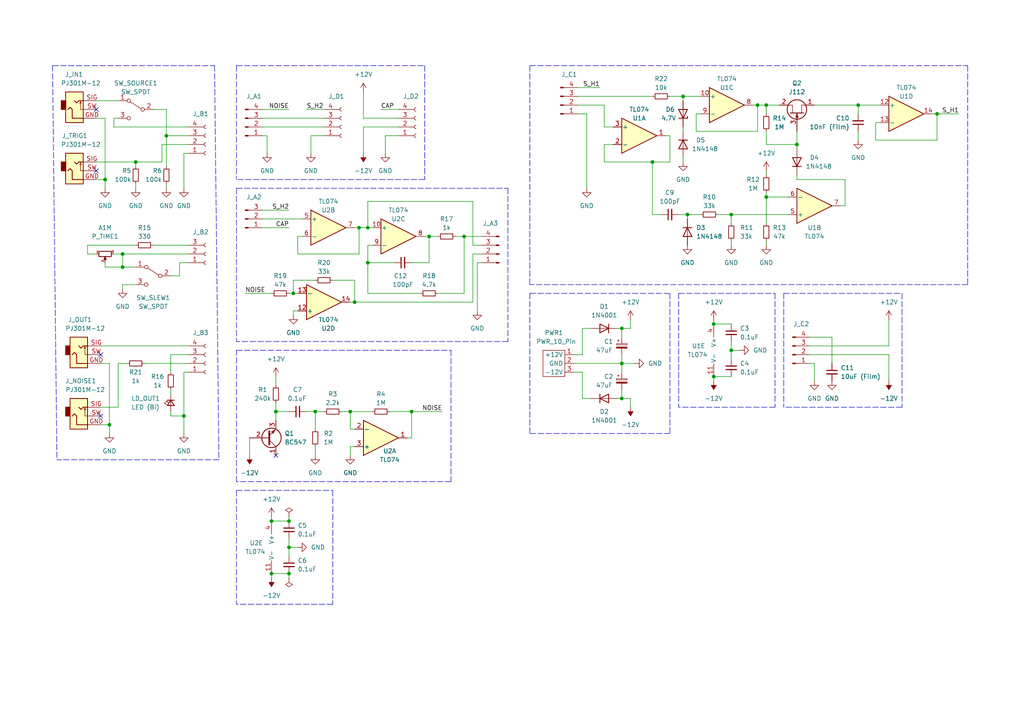
<source format=kicad_sch>
(kicad_sch (version 20211123) (generator eeschema)
  (paper "A4")
  (title_block (title "Avalon Harmonics S&S") (rev "v1.1") (company "Avalon Harmonics"))
  (lib_symbols
    (symbol "Amplifier_Operational:TL074" (pin_names (offset 0.127))
      (property "Reference" "U" (at 0 5.08 0))
      (property "Value" "TL074" (at 0 -5.08 0))
      (symbol "TL074_1_1"
        (pin output line (at 7.62 0 180) (length 2.54) (name "~") (number "1"))
        (pin input line (at -7.62 -2.54 0) (length 2.54) (name "-") (number "2"))
        (pin input line (at -7.62 2.54 0) (length 2.54) (name "+") (number "3"))
      )
      (symbol "TL074_2_1"
        (pin input line (at -7.62 2.54 0) (length 2.54) (name "+") (number "5"))
        (pin input line (at -7.62 -2.54 0) (length 2.54) (name "-") (number "6"))
        (pin output line (at 7.62 0 180) (length 2.54) (name "~") (number "7"))
      )
      (symbol "TL074_3_1"
        (pin input line (at -7.62 2.54 0) (length 2.54) (name "+") (number "10"))
        (pin output line (at 7.62 0 180) (length 2.54) (name "~") (number "8"))
        (pin input line (at -7.62 -2.54 0) (length 2.54) (name "-") (number "9"))
      )
      (symbol "TL074_4_1"
        (pin input line (at -7.62 2.54 0) (length 2.54) (name "+") (number "12"))
        (pin input line (at -7.62 -2.54 0) (length 2.54) (name "-") (number "13"))
        (pin output line (at 7.62 0 180) (length 2.54) (name "~") (number "14"))
      )
      (symbol "TL074_5_1"
        (pin power_in line (at -2.54 -7.62 90) (length 3.81) (name "V-") (number "11"))
        (pin power_in line (at -2.54 7.62 270) (length 3.81) (name "V+") (number "4"))
      )
    )
    (symbol "Connector:Conn_01x03_Female" (pin_names (offset 1.016) hide)
      (property "Reference" "J" (at 0 5.08 0))
      (property "Value" "Conn_01x03_Female" (at 0 -5.08 0))
      (symbol "Conn_01x03_Female_1_1"
        (pin passive line (at -5.08 2.54 0) (length 3.81) (name "Pin_1") (number "1"))
        (pin passive line (at -5.08 0 0) (length 3.81) (name "Pin_2") (number "2"))
        (pin passive line (at -5.08 -2.54 0) (length 3.81) (name "Pin_3") (number "3"))
      )
    )
    (symbol "Connector:Conn_01x03_Male" (pin_names (offset 1.016) hide)
      (property "Reference" "J" (at 0 5.08 0))
      (property "Value" "Conn_01x03_Male" (at 0 -5.08 0))
      (symbol "Conn_01x03_Male_1_1"
        (pin passive line (at 5.08 2.54 180) (length 3.81) (name "Pin_1") (number "1"))
        (pin passive line (at 5.08 0 180) (length 3.81) (name "Pin_2") (number "2"))
        (pin passive line (at 5.08 -2.54 180) (length 3.81) (name "Pin_3") (number "3"))
      )
    )
    (symbol "Connector:Conn_01x04_Female" (pin_names (offset 1.016) hide)
      (property "Reference" "J" (at 0 5.08 0))
      (property "Value" "Conn_01x04_Female" (at 0 -7.62 0))
      (symbol "Conn_01x04_Female_1_1"
        (pin passive line (at -5.08 2.54 0) (length 3.81) (name "Pin_1") (number "1"))
        (pin passive line (at -5.08 0 0) (length 3.81) (name "Pin_2") (number "2"))
        (pin passive line (at -5.08 -2.54 0) (length 3.81) (name "Pin_3") (number "3"))
        (pin passive line (at -5.08 -5.08 0) (length 3.81) (name "Pin_4") (number "4"))
      )
    )
    (symbol "Connector:Conn_01x04_Male" (pin_names (offset 1.016) hide)
      (property "Reference" "J" (at 0 5.08 0))
      (property "Value" "Conn_01x04_Male" (at 0 -7.62 0))
      (symbol "Conn_01x04_Male_1_1"
        (pin passive line (at 5.08 2.54 180) (length 3.81) (name "Pin_1") (number "1"))
        (pin passive line (at 5.08 0 180) (length 3.81) (name "Pin_2") (number "2"))
        (pin passive line (at 5.08 -2.54 180) (length 3.81) (name "Pin_3") (number "3"))
        (pin passive line (at 5.08 -5.08 180) (length 3.81) (name "Pin_4") (number "4"))
      )
    )
    (symbol "Device:C_Polarized_Small" (pin_numbers hide) (pin_names (offset 0.254) hide)
      (property "Reference" "C" (at 0.254 1.778 0))
      (property "Value" "C_Polarized_Small" (at 0.254 -2.032 0))
      (symbol "C_Polarized_Small_1_1"
        (pin passive line (at 0 2.54 270) (length 1.8542) (name "~") (number "1"))
        (pin passive line (at 0 -2.54 90) (length 1.8542) (name "~") (number "2"))
      )
    )
    (symbol "Device:C_Small" (pin_numbers hide) (pin_names (offset 0.254) hide)
      (property "Reference" "C" (at 0.254 1.778 0))
      (property "Value" "C_Small" (at 0.254 -2.032 0))
      (symbol "C_Small_1_1"
        (pin passive line (at 0 2.54 270) (length 2.032) (name "~") (number "1"))
        (pin passive line (at 0 -2.54 90) (length 2.032) (name "~") (number "2"))
      )
    )
    (symbol "Device:D_Zener" (pin_numbers hide) (pin_names (offset 1.016) hide)
      (property "Reference" "D" (at 0 2.54 0))
      (property "Value" "D_Zener" (at 0 -2.54 0))
      (symbol "D_Zener_1_1"
        (pin passive line (at -3.81 0 0) (length 2.54) (name "K") (number "1"))
        (pin passive line (at 3.81 0 180) (length 2.54) (name "A") (number "2"))
      )
    )
    (symbol "Device:LED_Small" (pin_numbers hide) (pin_names (offset 0.254) hide)
      (property "Reference" "D" (at -1.27 3.175 0))
      (property "Value" "LED_Small" (at -4.445 -2.54 0))
      (symbol "LED_Small_1_1"
        (pin passive line (at -2.54 0 0) (length 1.778) (name "K") (number "1"))
        (pin passive line (at 2.54 0 180) (length 1.778) (name "A") (number "2"))
      )
    )
    (symbol "Device:Q_NJFET_DSG" (pin_names (offset 0) hide)
      (property "Reference" "Q" (at 5.08 1.27 0))
      (property "Value" "Q_NJFET_DSG" (at 5.08 -1.27 0))
      (symbol "Q_NJFET_DSG_1_1"
        (pin passive line (at 2.54 5.08 270) (length 2.54) (name "D") (number "1"))
        (pin passive line (at 2.54 -5.08 90) (length 2.54) (name "S") (number "2"))
        (pin input line (at -5.08 0 0) (length 5.334) (name "G") (number "3"))
      )
    )
    (symbol "Device:R_Potentiometer_Small" (pin_names (offset 1.016) hide)
      (property "Reference" "RV" (at -4.445 0 90))
      (property "Value" "R_Potentiometer_Small" (at -2.54 0 90))
      (symbol "R_Potentiometer_Small_1_1"
        (pin passive line (at 0 2.54 270) (length 0.635) (name "1") (number "1"))
        (pin passive line (at 2.54 0 180) (length 0.9906) (name "2") (number "2"))
        (pin passive line (at 0 -2.54 90) (length 0.635) (name "3") (number "3"))
      )
    )
    (symbol "Device:R_Small" (pin_numbers hide) (pin_names (offset 0.254) hide)
      (property "Reference" "R" (at 0.762 0.508 0))
      (property "Value" "R_Small" (at 0.762 -1.016 0))
      (symbol "R_Small_1_1"
        (pin passive line (at 0 2.54 270) (length 0.762) (name "~") (number "1"))
        (pin passive line (at 0 -2.54 90) (length 0.762) (name "~") (number "2"))
      )
    )
    (symbol "Diode:1N4001" (pin_numbers hide) (pin_names (offset 1.016) hide)
      (property "Reference" "D" (at 0 2.54 0))
      (property "Value" "1N4001" (at 0 -2.54 0))
      (symbol "1N4001_1_1"
        (pin passive line (at -3.81 0 0) (length 2.54) (name "K") (number "1"))
        (pin passive line (at 3.81 0 180) (length 2.54) (name "A") (number "2"))
      )
    )
    (symbol "Diode:1N4148" (pin_numbers hide) (pin_names (offset 1.016) hide)
      (property "Reference" "D" (at 0 2.54 0))
      (property "Value" "1N4148" (at 0 -2.54 0))
      (symbol "1N4148_1_1"
        (pin passive line (at -3.81 0 0) (length 2.54) (name "K") (number "1"))
        (pin passive line (at 3.81 0 180) (length 2.54) (name "A") (number "2"))
      )
    )
    (symbol "Eurorack:PJ301M-12"
      (property "Reference" "J?" (at -0.635 7.62 0))
      (property "Value" "PJ301M-12" (at -0.635 5.08 0))
      (symbol "PJ301M-12_1_1"
        (pin passive line (at 6.35 -5.08 180) (length 2.54) (name "~") (number "GND"))
        (pin passive line (at 6.35 0 180) (length 2.54) (name "~") (number "SIG"))
        (pin passive line (at 6.35 -2.54 180) (length 2.54) (name "~") (number "SW"))
      )
    )
    (symbol "Eurorack:PWR_10_Pin"
      (property "Reference" "H?" (at -5.08 6.35 0))
      (property "Value" "PWR_10_Pin" (at -5.08 3.81 0))
      (symbol "PWR_10_Pin_1_1"
        (pin power_out line (at 0 1.27 180) (length 2.54) (name "+12V") (number "1"))
        (pin power_out line (at 0 -1.27 180) (length 2.54) (name "GND") (number "2"))
        (pin power_out line (at 0 -3.81 180) (length 2.54) (name "-12V") (number "3"))
      )
    )
    (symbol "Switch:SW_SPDT" (pin_names (offset 0) hide)
      (property "Reference" "SW" (at 0 4.318 0))
      (property "Value" "SW_SPDT" (at 0 -5.08 0))
      (symbol "SW_SPDT_1_1"
        (pin passive line (at 5.08 2.54 180) (length 2.54) (name "A") (number "1"))
        (pin passive line (at -5.08 0 0) (length 2.54) (name "B") (number "2"))
        (pin passive line (at 5.08 -2.54 180) (length 2.54) (name "C") (number "3"))
      )
    )
    (symbol "Transistor_BJT:BC547" (pin_names (offset 0) hide)
      (property "Reference" "Q" (at 5.08 1.905 0))
      (property "Value" "BC547" (at 5.08 0 0))
      (symbol "BC547_1_1"
        (pin passive line (at 2.54 5.08 270) (length 2.54) (name "C") (number "1"))
        (pin input line (at -5.08 0 0) (length 5.08) (name "B") (number "2"))
        (pin passive line (at 2.54 -5.08 90) (length 2.54) (name "E") (number "3"))
      )
    )
    (symbol "power:+12V" (power) (pin_names (offset 0))
      (property "Value" "+12V" (at 0 3.556 0))
      (symbol "+12V_1_1"
        (pin power_in line (at 0 0 90) (length 0) hide (name "+12V") (number "1"))
      )
    )
    (symbol "power:-12V" (power) (pin_names (offset 0))
      (property "Value" "-12V" (at 0 3.81 0))
      (symbol "-12V_0_0"
        (pin power_in line (at 0 0 90) (length 0) hide (name "-12V") (number "1"))
      )
    )
    (symbol "power:GND" (power) (pin_names (offset 0))
      (property "Value" "GND" (at 0 -3.81 0))
      (symbol "GND_1_1"
        (pin power_in line (at 0 0 270) (length 0) hide (name "GND") (number "1"))
      )
    )
    (symbol "power:PWR_FLAG" (power) (pin_numbers hide) (pin_names (offset 0) hide)
      (property "Value" "PWR_FLAG" (at 0 3.81 0))
      (symbol "PWR_FLAG_0_0"
        (pin power_out line (at 0 0 90) (length 0) (name "pwr") (number "1"))
      )
    )
  )
  (junction (at 212.09 62.23))
  (junction (at 271.78 33.02))
  (junction (at 207.01 109.22))
  (junction (at 53.34 120.65))
  (junction (at 101.6 119.38))
  (junction (at 106.68 66.04))
  (junction (at 80.01 119.38))
  (junction (at 91.44 119.38))
  (junction (at 83.82 166.37))
  (junction (at 30.48 52.07))
  (junction (at 78.74 166.37))
  (junction (at 106.68 76.2))
  (junction (at 102.87 87.63))
  (junction (at 31.75 123.19))
  (junction (at 85.09 85.09))
  (junction (at 78.74 151.13))
  (junction (at 39.37 46.99))
  (junction (at 119.38 119.38))
  (junction (at 222.25 57.15))
  (junction (at 222.25 30.48))
  (junction (at 248.92 30.48))
  (junction (at 180.34 105.41))
  (junction (at 212.09 101.6))
  (junction (at 83.82 158.75))
  (junction (at 189.23 46.99))
  (junction (at 207.01 93.98))
  (junction (at 231.14 41.91))
  (junction (at 48.26 39.37))
  (junction (at 35.56 77.47))
  (junction (at 83.82 151.13))
  (junction (at 219.71 30.48))
  (junction (at 104.14 66.04))
  (junction (at 180.34 115.57))
  (junction (at 199.39 62.23))
  (junction (at 180.34 95.25))
  (junction (at 134.62 68.58))
  (junction (at 124.46 68.58))
  (junction (at 198.12 27.94))
  (junction (at 35.56 73.66))
  (no_connect (at 27.94 49.53))
  (no_connect (at 27.94 31.75))
  (no_connect (at 80.01 132.08))
  (no_connect (at 29.21 120.65))
  (no_connect (at 29.21 102.87))
  (wire (pts (xy 222.25 55.88) (xy 222.25 57.15)))
  (wire (pts (xy 99.06 119.38) (xy 101.6 119.38)))
  (polyline (pts (xy 130.81 101.6) (xy 130.81 139.7)))
  (wire (pts (xy 83.82 158.75) (xy 83.82 161.29)))
  (wire (pts (xy 219.71 38.1) (xy 219.71 30.48)))
  (wire (pts (xy 194.31 27.94) (xy 198.12 27.94)))
  (polyline (pts (xy 123.19 19.05) (xy 123.19 52.07)))
  (wire (pts (xy 88.9 119.38) (xy 91.44 119.38)))
  (wire (pts (xy 180.34 105.41) (xy 180.34 107.95)))
  (wire (pts (xy 175.26 30.48) (xy 167.64 30.48)))
  (wire (pts (xy 118.11 127) (xy 119.38 127)))
  (wire (pts (xy 91.44 119.38) (xy 91.44 124.46)))
  (wire (pts (xy 90.17 39.37) (xy 93.98 39.37)))
  (wire (pts (xy 71.12 85.09) (xy 78.74 85.09)))
  (wire (pts (xy 248.92 30.48) (xy 248.92 33.02)))
  (wire (pts (xy 198.12 27.94) (xy 198.12 29.21)))
  (wire (pts (xy 243.84 59.69) (xy 245.11 59.69)))
  (wire (pts (xy 44.45 31.75) (xy 48.26 31.75)))
  (wire (pts (xy 78.74 149.86) (xy 78.74 151.13)))
  (wire (pts (xy 231.14 41.91) (xy 222.25 41.91)))
  (wire (pts (xy 198.12 36.83) (xy 198.12 38.1)))
  (wire (pts (xy 180.34 102.87) (xy 180.34 105.41)))
  (wire (pts (xy 254 35.56) (xy 254 40.64)))
  (wire (pts (xy 138.43 90.17) (xy 138.43 76.2)))
  (wire (pts (xy 182.88 115.57) (xy 180.34 115.57)))
  (wire (pts (xy 27.94 29.21) (xy 34.29 29.21)))
  (wire (pts (xy 35.56 77.47) (xy 39.37 77.47)))
  (wire (pts (xy 107.95 71.12) (xy 106.68 71.12)))
  (wire (pts (xy 137.16 87.63) (xy 137.16 73.66)))
  (wire (pts (xy 166.37 105.41) (xy 180.34 105.41)))
  (wire (pts (xy 201.93 33.02) (xy 201.93 38.1)))
  (wire (pts (xy 199.39 62.23) (xy 199.39 63.5)))
  (wire (pts (xy 77.47 39.37) (xy 77.47 44.45)))
  (wire (pts (xy 137.16 58.42) (xy 106.68 58.42)))
  (wire (pts (xy 25.4 73.66) (xy 27.94 73.66)))
  (wire (pts (xy 193.04 39.37) (xy 194.31 39.37)))
  (wire (pts (xy 189.23 46.99) (xy 194.31 46.99)))
  (wire (pts (xy 76.2 66.04) (xy 83.82 66.04)))
  (wire (pts (xy 134.62 85.09) (xy 127 85.09)))
  (polyline (pts (xy 96.52 142.24) (xy 96.52 175.26)))
  (wire (pts (xy 198.12 27.94) (xy 203.2 27.94)))
  (polyline (pts (xy 261.62 85.09) (xy 261.62 118.11)))
  (wire (pts (xy 114.3 76.2) (xy 106.68 76.2)))
  (wire (pts (xy 270.51 33.02) (xy 271.78 33.02)))
  (wire (pts (xy 35.56 73.66) (xy 35.56 77.47)))
  (wire (pts (xy 31.75 125.73) (xy 31.75 123.19)))
  (wire (pts (xy 171.45 115.57) (xy 168.91 115.57)))
  (wire (pts (xy 180.34 95.25) (xy 180.34 97.79)))
  (wire (pts (xy 106.68 66.04) (xy 107.95 66.04)))
  (wire (pts (xy 48.26 48.26) (xy 48.26 39.37)))
  (wire (pts (xy 137.16 73.66) (xy 139.7 73.66)))
  (wire (pts (xy 33.02 34.29) (xy 34.29 34.29)))
  (wire (pts (xy 72.39 127) (xy 72.39 132.08)))
  (wire (pts (xy 88.9 31.75) (xy 93.98 31.75)))
  (wire (pts (xy 271.78 33.02) (xy 278.13 33.02)))
  (wire (pts (xy 222.25 49.53) (xy 222.25 50.8)))
  (wire (pts (xy 49.53 120.65) (xy 53.34 120.65)))
  (wire (pts (xy 254 35.56) (xy 255.27 35.56)))
  (wire (pts (xy 189.23 62.23) (xy 191.77 62.23)))
  (polyline (pts (xy 194.31 125.73) (xy 153.67 125.73)))
  (wire (pts (xy 90.17 44.45) (xy 90.17 39.37)))
  (wire (pts (xy 101.6 87.63) (xy 102.87 87.63)))
  (wire (pts (xy 198.12 46.99) (xy 198.12 45.72)))
  (wire (pts (xy 80.01 121.92) (xy 80.01 119.38)))
  (wire (pts (xy 35.56 73.66) (xy 54.61 73.66)))
  (wire (pts (xy 54.61 76.2) (xy 52.07 76.2)))
  (wire (pts (xy 231.14 52.07) (xy 231.14 50.8)))
  (wire (pts (xy 33.02 73.66) (xy 35.56 73.66)))
  (wire (pts (xy 245.11 59.69) (xy 245.11 52.07)))
  (wire (pts (xy 52.07 76.2) (xy 52.07 80.01)))
  (wire (pts (xy 180.34 105.41) (xy 184.15 105.41)))
  (polyline (pts (xy 62.23 19.05) (xy 63.5 133.35)))
  (wire (pts (xy 31.75 105.41) (xy 31.75 123.19)))
  (wire (pts (xy 35.56 82.55) (xy 35.56 83.82)))
  (wire (pts (xy 83.82 149.86) (xy 83.82 151.13)))
  (wire (pts (xy 31.75 123.19) (xy 29.21 123.19)))
  (wire (pts (xy 212.09 109.22) (xy 207.01 109.22)))
  (wire (pts (xy 83.82 158.75) (xy 83.82 156.21)))
  (wire (pts (xy 49.53 102.87) (xy 54.61 102.87)))
  (wire (pts (xy 212.09 62.23) (xy 212.09 64.77)))
  (wire (pts (xy 48.26 39.37) (xy 48.26 31.75)))
  (wire (pts (xy 177.8 36.83) (xy 175.26 36.83)))
  (polyline (pts (xy 15.24 19.05) (xy 16.51 133.35)))
  (wire (pts (xy 54.61 107.95) (xy 53.34 107.95)))
  (wire (pts (xy 39.37 53.34) (xy 39.37 54.61)))
  (wire (pts (xy 123.19 68.58) (xy 124.46 68.58)))
  (wire (pts (xy 115.57 34.29) (xy 105.41 34.29)))
  (wire (pts (xy 29.21 100.33) (xy 54.61 100.33)))
  (polyline (pts (xy 68.58 19.05) (xy 123.19 19.05)))
  (wire (pts (xy 49.53 113.03) (xy 49.53 114.3)))
  (wire (pts (xy 222.25 33.02) (xy 222.25 30.48)))
  (polyline (pts (xy 280.67 19.05) (xy 280.67 82.55)))
  (wire (pts (xy 80.01 116.84) (xy 80.01 119.38)))
  (wire (pts (xy 102.87 124.46) (xy 101.6 124.46)))
  (polyline (pts (xy 63.5 133.35) (xy 16.51 133.35)))
  (wire (pts (xy 49.53 119.38) (xy 49.53 120.65)))
  (polyline (pts (xy 153.67 19.05) (xy 280.67 19.05)))
  (wire (pts (xy 91.44 119.38) (xy 93.98 119.38)))
  (wire (pts (xy 83.82 166.37) (xy 78.74 166.37)))
  (wire (pts (xy 106.68 76.2) (xy 106.68 71.12)))
  (wire (pts (xy 30.48 77.47) (xy 30.48 76.2)))
  (polyline (pts (xy 68.58 101.6) (xy 130.81 101.6)))
  (wire (pts (xy 113.03 119.38) (xy 119.38 119.38)))
  (wire (pts (xy 110.49 31.75) (xy 115.57 31.75)))
  (wire (pts (xy 207.01 109.22) (xy 207.01 110.49)))
  (wire (pts (xy 53.34 44.45) (xy 54.61 44.45)))
  (polyline (pts (xy 15.24 19.05) (xy 62.23 19.05)))
  (wire (pts (xy 177.8 41.91) (xy 175.26 41.91)))
  (wire (pts (xy 121.92 85.09) (xy 106.68 85.09)))
  (wire (pts (xy 134.62 68.58) (xy 139.7 68.58)))
  (polyline (pts (xy 123.19 52.07) (xy 68.58 52.07)))
  (polyline (pts (xy 196.85 85.09) (xy 196.85 118.11)))
  (wire (pts (xy 41.91 105.41) (xy 54.61 105.41)))
  (wire (pts (xy 168.91 102.87) (xy 168.91 95.25)))
  (wire (pts (xy 34.29 118.11) (xy 34.29 105.41)))
  (wire (pts (xy 83.82 85.09) (xy 85.09 85.09)))
  (wire (pts (xy 208.28 62.23) (xy 212.09 62.23)))
  (polyline (pts (xy 153.67 85.09) (xy 194.31 85.09)))
  (wire (pts (xy 194.31 46.99) (xy 194.31 39.37)))
  (wire (pts (xy 132.08 68.58) (xy 134.62 68.58)))
  (wire (pts (xy 182.88 92.71) (xy 182.88 95.25)))
  (wire (pts (xy 212.09 101.6) (xy 212.09 99.06)))
  (polyline (pts (xy 96.52 175.26) (xy 68.58 175.26)))
  (wire (pts (xy 30.48 34.29) (xy 30.48 52.07)))
  (wire (pts (xy 53.34 107.95) (xy 53.34 120.65)))
  (wire (pts (xy 101.6 124.46) (xy 101.6 119.38)))
  (wire (pts (xy 222.25 38.1) (xy 222.25 41.91)))
  (wire (pts (xy 48.26 39.37) (xy 54.61 39.37)))
  (wire (pts (xy 86.36 90.17) (xy 85.09 90.17)))
  (wire (pts (xy 180.34 95.25) (xy 179.07 95.25)))
  (wire (pts (xy 234.95 97.79) (xy 241.3 97.79)))
  (wire (pts (xy 212.09 101.6) (xy 212.09 104.14)))
  (wire (pts (xy 179.07 115.57) (xy 180.34 115.57)))
  (wire (pts (xy 76.2 31.75) (xy 83.82 31.75)))
  (wire (pts (xy 167.64 25.4) (xy 173.99 25.4)))
  (wire (pts (xy 119.38 76.2) (xy 124.46 76.2)))
  (wire (pts (xy 46.99 46.99) (xy 46.99 41.91)))
  (wire (pts (xy 33.02 36.83) (xy 54.61 36.83)))
  (wire (pts (xy 170.18 33.02) (xy 170.18 54.61)))
  (wire (pts (xy 167.64 33.02) (xy 170.18 33.02)))
  (polyline (pts (xy 68.58 142.24) (xy 68.58 175.26)))
  (polyline (pts (xy 147.32 54.61) (xy 147.32 99.06)))
  (polyline (pts (xy 68.58 54.61) (xy 68.58 99.06)))
  (wire (pts (xy 29.21 105.41) (xy 31.75 105.41)))
  (wire (pts (xy 254 40.64) (xy 271.78 40.64)))
  (wire (pts (xy 219.71 30.48) (xy 222.25 30.48)))
  (wire (pts (xy 234.95 105.41) (xy 236.22 105.41)))
  (wire (pts (xy 166.37 107.95) (xy 168.91 107.95)))
  (wire (pts (xy 49.53 102.87) (xy 49.53 107.95)))
  (wire (pts (xy 222.25 57.15) (xy 228.6 57.15)))
  (polyline (pts (xy 68.58 54.61) (xy 147.32 54.61)))
  (wire (pts (xy 111.76 39.37) (xy 115.57 39.37)))
  (wire (pts (xy 39.37 46.99) (xy 39.37 48.26)))
  (polyline (pts (xy 196.85 85.09) (xy 224.79 85.09)))
  (wire (pts (xy 222.25 57.15) (xy 222.25 64.77)))
  (wire (pts (xy 30.48 52.07) (xy 27.94 52.07)))
  (polyline (pts (xy 224.79 118.11) (xy 196.85 118.11)))
  (wire (pts (xy 76.2 63.5) (xy 87.63 63.5)))
  (wire (pts (xy 105.41 36.83) (xy 105.41 44.45)))
  (wire (pts (xy 138.43 76.2) (xy 139.7 76.2)))
  (polyline (pts (xy 68.58 142.24) (xy 96.52 142.24)))
  (wire (pts (xy 76.2 34.29) (xy 93.98 34.29)))
  (wire (pts (xy 101.6 119.38) (xy 107.95 119.38)))
  (wire (pts (xy 35.56 77.47) (xy 30.48 77.47)))
  (polyline (pts (xy 153.67 85.09) (xy 153.67 125.73)))
  (wire (pts (xy 167.64 27.94) (xy 189.23 27.94)))
  (wire (pts (xy 168.91 95.25) (xy 171.45 95.25)))
  (wire (pts (xy 182.88 95.25) (xy 180.34 95.25)))
  (wire (pts (xy 271.78 40.64) (xy 271.78 33.02)))
  (polyline (pts (xy 147.32 99.06) (xy 68.58 99.06)))
  (polyline (pts (xy 227.33 85.09) (xy 227.33 118.11)))
  (wire (pts (xy 48.26 53.34) (xy 48.26 54.61)))
  (wire (pts (xy 175.26 41.91) (xy 175.26 46.99)))
  (wire (pts (xy 231.14 41.91) (xy 231.14 43.18)))
  (polyline (pts (xy 194.31 85.09) (xy 194.31 125.73)))
  (wire (pts (xy 236.22 30.48) (xy 248.92 30.48)))
  (wire (pts (xy 166.37 102.87) (xy 168.91 102.87)))
  (wire (pts (xy 80.01 109.22) (xy 80.01 111.76)))
  (wire (pts (xy 101.6 129.54) (xy 101.6 132.08)))
  (wire (pts (xy 134.62 68.58) (xy 134.62 85.09)))
  (wire (pts (xy 137.16 71.12) (xy 139.7 71.12)))
  (wire (pts (xy 214.63 101.6) (xy 212.09 101.6)))
  (wire (pts (xy 115.57 36.83) (xy 105.41 36.83)))
  (polyline (pts (xy 261.62 118.11) (xy 227.33 118.11)))
  (wire (pts (xy 76.2 39.37) (xy 77.47 39.37)))
  (wire (pts (xy 119.38 127) (xy 119.38 119.38)))
  (wire (pts (xy 201.93 38.1) (xy 219.71 38.1)))
  (wire (pts (xy 104.14 66.04) (xy 102.87 66.04)))
  (wire (pts (xy 245.11 52.07) (xy 231.14 52.07)))
  (wire (pts (xy 91.44 129.54) (xy 91.44 132.08)))
  (wire (pts (xy 168.91 115.57) (xy 168.91 107.95)))
  (wire (pts (xy 53.34 120.65) (xy 53.34 125.73)))
  (wire (pts (xy 231.14 38.1) (xy 231.14 41.91)))
  (wire (pts (xy 104.14 66.04) (xy 106.68 66.04)))
  (polyline (pts (xy 68.58 139.7) (xy 68.58 101.6)))
  (wire (pts (xy 196.85 62.23) (xy 199.39 62.23)))
  (wire (pts (xy 39.37 82.55) (xy 35.56 82.55)))
  (wire (pts (xy 175.26 46.99) (xy 189.23 46.99)))
  (wire (pts (xy 257.81 92.71) (xy 257.81 100.33)))
  (wire (pts (xy 85.09 85.09) (xy 86.36 85.09)))
  (polyline (pts (xy 153.67 19.05) (xy 153.67 82.55)))
  (wire (pts (xy 257.81 102.87) (xy 257.81 110.49)))
  (wire (pts (xy 86.36 73.66) (xy 104.14 73.66)))
  (wire (pts (xy 106.68 85.09) (xy 106.68 76.2)))
  (wire (pts (xy 78.74 166.37) (xy 78.74 167.64)))
  (polyline (pts (xy 68.58 19.05) (xy 68.58 52.07)))
  (wire (pts (xy 85.09 81.28) (xy 85.09 85.09)))
  (wire (pts (xy 199.39 62.23) (xy 203.2 62.23)))
  (wire (pts (xy 105.41 26.67) (xy 105.41 34.29)))
  (wire (pts (xy 212.09 62.23) (xy 228.6 62.23)))
  (wire (pts (xy 76.2 36.83) (xy 93.98 36.83)))
  (wire (pts (xy 85.09 90.17) (xy 85.09 91.44)))
  (wire (pts (xy 25.4 71.12) (xy 25.4 73.66)))
  (wire (pts (xy 102.87 81.28) (xy 102.87 87.63)))
  (wire (pts (xy 83.82 151.13) (xy 78.74 151.13)))
  (wire (pts (xy 111.76 44.45) (xy 111.76 39.37)))
  (wire (pts (xy 87.63 68.58) (xy 86.36 68.58)))
  (wire (pts (xy 104.14 73.66) (xy 104.14 66.04)))
  (wire (pts (xy 222.25 69.85) (xy 222.25 71.12)))
  (wire (pts (xy 46.99 41.91) (xy 54.61 41.91)))
  (wire (pts (xy 236.22 105.41) (xy 236.22 110.49)))
  (wire (pts (xy 106.68 58.42) (xy 106.68 66.04)))
  (wire (pts (xy 189.23 46.99) (xy 189.23 62.23)))
  (wire (pts (xy 212.09 93.98) (xy 207.01 93.98)))
  (wire (pts (xy 137.16 71.12) (xy 137.16 58.42)))
  (polyline (pts (xy 227.33 85.09) (xy 261.62 85.09)))
  (wire (pts (xy 248.92 38.1) (xy 248.92 40.64)))
  (wire (pts (xy 102.87 129.54) (xy 101.6 129.54)))
  (wire (pts (xy 124.46 68.58) (xy 127 68.58)))
  (wire (pts (xy 96.52 81.28) (xy 102.87 81.28)))
  (wire (pts (xy 212.09 69.85) (xy 212.09 71.12)))
  (wire (pts (xy 86.36 158.75) (xy 83.82 158.75)))
  (wire (pts (xy 175.26 36.83) (xy 175.26 30.48)))
  (wire (pts (xy 30.48 54.61) (xy 30.48 52.07)))
  (wire (pts (xy 234.95 100.33) (xy 257.81 100.33)))
  (wire (pts (xy 86.36 68.58) (xy 86.36 73.66)))
  (wire (pts (xy 33.02 36.83) (xy 33.02 34.29)))
  (polyline (pts (xy 130.81 139.7) (xy 68.58 139.7)))
  (wire (pts (xy 80.01 119.38) (xy 83.82 119.38)))
  (polyline (pts (xy 280.67 82.55) (xy 153.67 82.55)))
  (wire (pts (xy 91.44 81.28) (xy 85.09 81.28)))
  (wire (pts (xy 180.34 115.57) (xy 180.34 113.03)))
  (wire (pts (xy 218.44 30.48) (xy 219.71 30.48)))
  (wire (pts (xy 102.87 87.63) (xy 137.16 87.63)))
  (wire (pts (xy 241.3 97.79) (xy 241.3 105.41)))
  (wire (pts (xy 29.21 118.11) (xy 34.29 118.11)))
  (wire (pts (xy 248.92 30.48) (xy 255.27 30.48)))
  (wire (pts (xy 222.25 30.48) (xy 226.06 30.48)))
  (wire (pts (xy 27.94 46.99) (xy 39.37 46.99)))
  (wire (pts (xy 34.29 105.41) (xy 36.83 105.41)))
  (wire (pts (xy 76.2 60.96) (xy 83.82 60.96)))
  (wire (pts (xy 30.48 34.29) (xy 27.94 34.29)))
  (wire (pts (xy 25.4 71.12) (xy 39.37 71.12)))
  (wire (pts (xy 52.07 80.01) (xy 49.53 80.01)))
  (wire (pts (xy 124.46 76.2) (xy 124.46 68.58)))
  (polyline (pts (xy 224.79 85.09) (xy 224.79 118.11)))
  (wire (pts (xy 44.45 71.12) (xy 54.61 71.12)))
  (wire (pts (xy 39.37 46.99) (xy 46.99 46.99)))
  (wire (pts (xy 207.01 92.71) (xy 207.01 93.98)))
  (wire (pts (xy 53.34 54.61) (xy 53.34 44.45)))
  (wire (pts (xy 119.38 119.38) (xy 128.27 119.38)))
  (wire (pts (xy 182.88 118.11) (xy 182.88 115.57)))
  (wire (pts (xy 83.82 166.37) (xy 83.82 167.64)))
  (wire (pts (xy 234.95 102.87) (xy 257.81 102.87)))
  (wire (pts (xy 203.2 33.02) (xy 201.93 33.02)))
  (label "S_H1" (at 278.13 33.02 180))
  (label "S_H2" (at 83.82 60.96 180))
  (label "NOISE" (at 71.12 85.09 0))
  (label "S_H1" (at 173.99 25.4 180))
  (label "CAP" (at 83.82 66.04 180))
  (label "NOISE" (at 83.82 31.75 180))
  (label "S_H2" (at 88.9 31.75 0))
  (label "NOISE" (at 128.27 119.38 180))
  (label "CAP" (at 110.49 31.75 0))
  (symbol (lib_id "power:PWR_FLAG") (at 83.82 149.86 0) (unit 1)
    (property "Reference" "#FLG0101" (effects hide))
    (property "Value" "PWR_FLAG" (effects hide))
  )
  (symbol (lib_id "power:GND") (at 53.34 125.73 0) (unit 1)
    (property "Reference" "#PWR0128" (effects hide))
    (property "Value" "GND" (at 53.34 130.81 0))
  )
  (symbol (lib_id "Device:R_Small") (at 39.37 105.41 90) (unit 1)
    (property "Reference" "R21" (at 39.37 107.95 90))
    (property "Value" "1k" (at 39.37 110.49 90))
    (property "Footprint" "Resistor_THT:R_Axial_DIN0207_L6.3mm_D2.5mm_P10.16mm_Horizontal" (effects hide))
  )
  (symbol (lib_id "Eurorack:PJ301M-12") (at 21.59 29.21 0) (unit 1)
    (property "Reference" "J_IN1" (at 24.13 21.59 0) (effects (justify right)))
    (property "Value" "PJ301M-12" (at 29.21 24.13 0) (effects (justify right)))
    (property "Footprint" "Eurorack:PJ301M-12" (effects hide))
  )
  (symbol (lib_id "power:GND") (at 111.76 44.45 0) (unit 1)
    (property "Reference" "#PWR0107" (effects hide))
    (property "Value" "GND" (at 111.76 49.53 0))
  )
  (symbol (lib_id "power:-12V") (at 182.88 118.11 180) (unit 1)
    (property "Reference" "#PWR0120" (effects hide))
    (property "Value" "-12V" (at 182.88 123.19 0))
  )
  (symbol (lib_id "power:GND") (at 248.92 40.64 0) (unit 1)
    (property "Reference" "#PWR0121" (effects hide))
    (property "Value" "GND" (at 248.92 45.72 0))
  )
  (symbol (lib_id "Amplifier_Operational:TL074") (at 210.82 30.48 0) (unit 3)
    (property "Reference" "U1" (at 210.82 25.4 0))
    (property "Value" "TL074" (at 210.82 22.86 0))
    (property "Footprint" "Package_DIP:DIP-14_W7.62mm_Socket_LongPads" (effects hide))
    (property "Datasheet" "http://www.ti.com/lit/ds/symlink/tl071.pdf" (effects hide))
  )
  (symbol (lib_id "power:GND") (at 53.34 54.61 0) (unit 1)
    (property "Reference" "#PWR0130" (effects hide))
    (property "Value" "GND" (at 53.34 59.69 0))
  )
  (symbol (lib_id "Transistor_BJT:BC547") (at 77.47 127 0) (mirror x) (unit 1)
    (property "Reference" "Q1" (at 82.55 125.7299 0) (effects (justify left)))
    (property "Value" "BC547" (at 82.55 128.2699 0) (effects (justify left)))
    (property "Footprint" "Package_TO_SOT_THT:TO-92_Inline" (effects hide))
    (property "Datasheet" "https://www.onsemi.com/pub/Collateral/BC550-D.pdf" (effects hide))
  )
  (symbol (lib_id "power:+12V") (at 78.74 149.86 0) (unit 1)
    (property "Reference" "#PWR0116" (effects hide))
    (property "Value" "+12V" (at 78.74 144.78 0))
  )
  (symbol (lib_id "Device:C_Small") (at 83.82 163.83 0) (unit 1)
    (property "Reference" "C6" (at 86.36 162.5662 0) (effects (justify left)))
    (property "Value" "0.1uF" (at 86.36 165.1062 0) (effects (justify left)))
    (property "Footprint" "Capacitor_THT:C_Disc_D7.0mm_W2.5mm_P5.00mm" (effects hide))
  )
  (symbol (lib_id "Connector:Conn_01x04_Male") (at 162.56 30.48 0) (mirror x) (unit 1)
    (property "Reference" "J_C1" (at 165.1 21.59 0))
    (property "Value" "Conn_01x04_Male" (effects hide))
    (property "Footprint" "Connector_PinHeader_2.54mm:PinHeader_1x04_P2.54mm_Vertical" (effects hide))
  )
  (symbol (lib_id "power:+12V") (at 105.41 26.67 0) (unit 1)
    (property "Reference" "#PWR0108" (effects hide))
    (property "Value" "+12V" (at 105.41 21.59 0))
  )
  (symbol (lib_id "Device:C_Small") (at 194.31 62.23 90) (unit 1)
    (property "Reference" "C9" (at 195.58 55.88 90) (effects (justify left)))
    (property "Value" "100pF" (at 194.31 58.42 90))
    (property "Footprint" "Capacitor_THT:C_Disc_D7.0mm_W2.5mm_P5.00mm" (effects hide))
  )
  (symbol (lib_id "Device:R_Small") (at 39.37 50.8 0) (mirror y) (unit 1)
    (property "Reference" "R5" (at 38.1 49.53 0) (effects (justify left)))
    (property "Value" "100k" (at 38.1 52.07 0) (effects (justify left)))
    (property "Footprint" "Resistor_THT:R_Axial_DIN0207_L6.3mm_D2.5mm_P10.16mm_Horizontal" (effects hide))
  )
  (symbol (lib_id "power:+12V") (at 182.88 92.71 0) (unit 1)
    (property "Reference" "#PWR0126" (effects hide))
    (property "Value" "+12V" (at 182.88 87.63 0))
  )
  (symbol (lib_id "Device:R_Small") (at 80.01 114.3 180) (unit 1)
    (property "Reference" "R1" (at 76.2 113.03 0))
    (property "Value" "240k" (at 76.2 115.57 0))
    (property "Footprint" "Resistor_THT:R_Axial_DIN0207_L6.3mm_D2.5mm_P10.16mm_Horizontal" (effects hide))
  )
  (symbol (lib_id "Diode:1N4148") (at 199.39 67.31 270) (unit 1)
    (property "Reference" "D3" (at 201.93 66.0399 90) (effects (justify left)))
    (property "Value" "1N4148" (at 201.93 68.5799 90) (effects (justify left)))
    (property "Footprint" "Diode_THT:D_DO-35_SOD27_P7.62mm_Horizontal" (effects hide))
    (property "Datasheet" "https://assets.nexperia.com/documents/data-sheet/1N4148_1N4448.pdf" (effects hide))
  )
  (symbol (lib_id "power:GND") (at 214.63 101.6 90) (unit 1)
    (property "Reference" "#PWR0119" (effects hide))
    (property "Value" "GND" (at 218.44 101.5999 90) (effects (justify right)))
  )
  (symbol (lib_id "Device:R_Small") (at 48.26 50.8 0) (mirror y) (unit 1)
    (property "Reference" "R6" (at 46.99 49.53 0) (effects (justify left)))
    (property "Value" "100k" (at 46.99 52.07 0) (effects (justify left)))
    (property "Footprint" "Resistor_THT:R_Axial_DIN0207_L6.3mm_D2.5mm_P10.16mm_Horizontal" (effects hide))
  )
  (symbol (lib_id "Device:C_Small") (at 83.82 153.67 0) (unit 1)
    (property "Reference" "C5" (at 86.36 152.4062 0) (effects (justify left)))
    (property "Value" "0.1uF" (at 86.36 154.9462 0) (effects (justify left)))
    (property "Footprint" "Capacitor_THT:C_Disc_D7.0mm_W2.5mm_P5.00mm" (effects hide))
  )
  (symbol (lib_id "Connector:Conn_01x04_Female") (at 59.69 41.91 0) (mirror x) (unit 1)
    (property "Reference" "J_B1" (at 55.88 33.02 0) (effects (justify left)))
    (property "Value" "Conn_01x04_Female" (effects hide))
    (property "Footprint" "Connector_PinHeader_2.54mm:PinHeader_1x04_P2.54mm_Vertical" (effects hide))
  )
  (symbol (lib_id "Device:C_Small") (at 86.36 119.38 90) (unit 1)
    (property "Reference" "C7" (at 87.63 113.03 90) (effects (justify left)))
    (property "Value" "0.1uF" (at 88.9 115.57 90) (effects (justify left)))
    (property "Footprint" "Capacitor_THT:C_Disc_D7.0mm_W2.5mm_P5.00mm" (effects hide))
  )
  (symbol (lib_id "Device:R_Small") (at 93.98 81.28 270) (unit 1)
    (property "Reference" "R20" (at 93.98 76.2 90))
    (property "Value" "33k" (at 93.98 78.74 90))
    (property "Footprint" "Resistor_THT:R_Axial_DIN0207_L6.3mm_D2.5mm_P10.16mm_Horizontal" (effects hide))
  )
  (symbol (lib_id "Connector:Conn_01x04_Male") (at 71.12 36.83 0) (mirror x) (unit 1)
    (property "Reference" "J_A1" (at 73.66 27.94 0))
    (property "Value" "Conn_01x04_Male" (effects hide))
    (property "Footprint" "Connector_PinHeader_2.54mm:PinHeader_1x04_P2.54mm_Vertical" (effects hide))
  )
  (symbol (lib_id "power:GND") (at 222.25 71.12 0) (unit 1)
    (property "Reference" "#PWR0133" (effects hide))
    (property "Value" "GND" (at 222.25 76.2 0))
  )
  (symbol (lib_id "Device:C_Small") (at 116.84 76.2 90) (mirror x) (unit 1)
    (property "Reference" "C12" (at 118.11 80.01 90) (effects (justify left)))
    (property "Value" "100pF" (at 116.84 82.55 90))
    (property "Footprint" "Capacitor_THT:C_Disc_D7.0mm_W2.5mm_P5.00mm" (effects hide))
  )
  (symbol (lib_id "power:GND") (at 212.09 71.12 0) (unit 1)
    (property "Reference" "#PWR0132" (effects hide))
    (property "Value" "GND" (at 212.09 76.2 0))
  )
  (symbol (lib_id "Amplifier_Operational:TL074") (at 110.49 127 0) (mirror x) (unit 1)
    (property "Reference" "U2" (at 113.03 130.81 0))
    (property "Value" "TL074" (at 113.03 133.35 0))
    (property "Footprint" "Package_DIP:DIP-14_W7.62mm_Socket_LongPads" (effects hide))
    (property "Datasheet" "http://www.ti.com/lit/ds/symlink/tl071.pdf" (effects hide))
  )
  (symbol (lib_id "power:GND") (at 184.15 105.41 90) (unit 1)
    (property "Reference" "#PWR0122" (effects hide))
    (property "Value" "GND" (at 187.96 105.4099 90) (effects (justify right)))
  )
  (symbol (lib_id "power:GND") (at 170.18 54.61 0) (mirror y) (unit 1)
    (property "Reference" "#PWR0127" (effects hide))
    (property "Value" "GND" (at 170.18 59.69 0))
  )
  (symbol (lib_id "Device:R_Potentiometer_Small") (at 30.48 73.66 90) (mirror x) (unit 1)
    (property "Reference" "P_TIME1" (at 30.48 68.58 90))
    (property "Value" "A1M" (at 30.48 66.04 90))
    (property "Footprint" "Eurorack:Potentiometer Alpha RD901F-40-00D" (effects hide))
  )
  (symbol (lib_id "Device:R_Small") (at 191.77 27.94 270) (unit 1)
    (property "Reference" "R22" (at 191.77 22.86 90))
    (property "Value" "10k" (at 191.77 25.4 90))
    (property "Footprint" "Resistor_THT:R_Axial_DIN0207_L6.3mm_D2.5mm_P2.54mm_Vertical" (effects hide))
  )
  (symbol (lib_id "Amplifier_Operational:TL074") (at 81.28 158.75 0) (unit 5)
    (property "Reference" "U2" (at 72.39 157.48 0) (effects (justify left)))
    (property "Value" "TL074" (at 71.12 160.02 0) (effects (justify left)))
    (property "Footprint" "Package_DIP:DIP-14_W7.62mm_Socket_LongPads" (effects hide))
    (property "Datasheet" "http://www.ti.com/lit/ds/symlink/tl071.pdf" (effects hide))
  )
  (symbol (lib_id "Eurorack:PWR_10_Pin") (at 166.37 104.14 0) (unit 1)
    (property "Reference" "PWR1" (at 160.655 96.52 0))
    (property "Value" "PWR_10_Pin" (at 161.29 99.06 0))
    (property "Footprint" "Eurorack:Eurorack Power 10 Pin" (effects hide))
  )
  (symbol (lib_id "Eurorack:PJ301M-12") (at 21.59 46.99 0) (unit 1)
    (property "Reference" "J_TRIG1" (at 25.4 39.37 0) (effects (justify right)))
    (property "Value" "PJ301M-12" (at 29.21 41.91 0) (effects (justify right)))
    (property "Footprint" "Eurorack:PJ301M-12" (effects hide))
  )
  (symbol (lib_id "Amplifier_Operational:TL074") (at 262.89 33.02 0) (unit 4)
    (property "Reference" "U1" (at 262.89 27.94 0))
    (property "Value" "TL074" (at 262.89 25.4 0))
    (property "Footprint" "Package_DIP:DIP-14_W7.62mm_Socket_LongPads" (effects hide))
    (property "Datasheet" "http://www.ti.com/lit/ds/symlink/tl071.pdf" (effects hide))
  )
  (symbol (lib_id "Connector:Conn_01x04_Male") (at 144.78 73.66 180) (unit 1)
    (property "Reference" "J_A3" (at 142.24 64.77 0))
    (property "Value" "Conn_01x04_Male" (effects hide))
    (property "Footprint" "Connector_PinHeader_2.54mm:PinHeader_1x04_P2.54mm_Vertical" (effects hide))
  )
  (symbol (lib_id "Device:R_Small") (at 81.28 85.09 270) (unit 1)
    (property "Reference" "R19" (at 81.28 80.01 90))
    (property "Value" "47k" (at 81.28 82.55 90))
    (property "Footprint" "Resistor_THT:R_Axial_DIN0207_L6.3mm_D2.5mm_P10.16mm_Horizontal" (effects hide))
  )
  (symbol (lib_id "power:GND") (at 199.39 71.12 0) (unit 1)
    (property "Reference" "#PWR0138" (effects hide))
    (property "Value" "GND" (at 199.39 76.2 0))
  )
  (symbol (lib_id "power:GND") (at 77.47 44.45 0) (unit 1)
    (property "Reference" "#PWR0123" (effects hide))
    (property "Value" "GND" (at 77.47 49.53 0))
  )
  (symbol (lib_id "power:-12V") (at 72.39 132.08 180) (unit 1)
    (property "Reference" "#PWR0112" (effects hide))
    (property "Value" "-12V" (at 72.39 137.16 0))
  )
  (symbol (lib_id "power:-12V") (at 207.01 110.49 180) (unit 1)
    (property "Reference" "#PWR0114" (effects hide))
    (property "Value" "-12V" (at 207.01 115.57 0))
  )
  (symbol (lib_id "Diode:1N4148") (at 231.14 46.99 270) (mirror x) (unit 1)
    (property "Reference" "D4" (at 236.22 45.72 90))
    (property "Value" "1N4148" (at 237.49 48.26 90))
    (property "Footprint" "Diode_THT:D_DO-35_SOD27_P7.62mm_Horizontal" (effects hide))
    (property "Datasheet" "https://assets.nexperia.com/documents/data-sheet/1N4148_1N4448.pdf" (effects hide))
  )
  (symbol (lib_id "power:GND") (at 85.09 91.44 0) (unit 1)
    (property "Reference" "#PWR0111" (effects hide))
    (property "Value" "GND" (at 85.09 96.52 0))
  )
  (symbol (lib_id "power:GND") (at 31.75 125.73 0) (unit 1)
    (property "Reference" "#PWR0129" (effects hide))
    (property "Value" "GND" (at 31.75 130.81 0))
  )
  (symbol (lib_id "Device:R_Small") (at 41.91 71.12 90) (mirror x) (unit 1)
    (property "Reference" "R15" (at 41.91 66.04 90))
    (property "Value" "330" (at 41.91 68.58 90))
    (property "Footprint" "Resistor_THT:R_Axial_DIN0207_L6.3mm_D2.5mm_P10.16mm_Horizontal" (effects hide))
  )
  (symbol (lib_id "Device:R_Small") (at 222.25 53.34 0) (mirror x) (unit 1)
    (property "Reference" "R12" (at 218.44 52.07 0))
    (property "Value" "1M" (at 218.44 54.61 0))
    (property "Footprint" "Resistor_THT:R_Axial_DIN0207_L6.3mm_D2.5mm_P2.54mm_Vertical" (effects hide))
  )
  (symbol (lib_id "Device:Q_NJFET_DSG") (at 231.14 33.02 270) (mirror x) (unit 1)
    (property "Reference" "Q2" (at 231.14 24.13 90))
    (property "Value" "J112" (at 231.14 26.67 90))
    (property "Footprint" "Package_TO_SOT_THT:TO-92_Inline" (effects hide))
  )
  (symbol (lib_id "Device:R_Small") (at 110.49 119.38 270) (unit 1)
    (property "Reference" "R4" (at 110.49 114.3 90))
    (property "Value" "1M" (at 110.49 116.84 90))
    (property "Footprint" "Resistor_THT:R_Axial_DIN0207_L6.3mm_D2.5mm_P10.16mm_Horizontal" (effects hide))
  )
  (symbol (lib_id "power:GND") (at 198.12 46.99 0) (unit 1)
    (property "Reference" "#PWR0131" (effects hide))
    (property "Value" "GND" (at 198.12 52.07 0))
  )
  (symbol (lib_id "power:GND") (at 101.6 132.08 0) (unit 1)
    (property "Reference" "#PWR0110" (effects hide))
    (property "Value" "GND" (at 101.6 137.16 0))
  )
  (symbol (lib_id "Amplifier_Operational:TL074") (at 95.25 66.04 0) (unit 2)
    (property "Reference" "U2" (at 95.25 60.96 0))
    (property "Value" "TL074" (at 95.25 58.42 0))
    (property "Footprint" "Package_DIP:DIP-14_W7.62mm_Socket_LongPads" (effects hide))
    (property "Datasheet" "http://www.ti.com/lit/ds/symlink/tl071.pdf" (effects hide))
  )
  (symbol (lib_id "power:-12V") (at 78.74 167.64 180) (unit 1)
    (property "Reference" "#PWR0118" (effects hide))
    (property "Value" "-12V" (at 78.74 172.72 0))
  )
  (symbol (lib_id "power:-12V") (at 105.41 44.45 180) (unit 1)
    (property "Reference" "#PWR0105" (effects hide))
    (property "Value" "-12V" (at 105.41 49.53 0))
  )
  (symbol (lib_id "power:GND") (at 138.43 90.17 0) (unit 1)
    (property "Reference" "#PWR0101" (effects hide))
    (property "Value" "GND" (at 138.43 95.25 0))
  )
  (symbol (lib_id "Diode:1N4001") (at 175.26 115.57 0) (unit 1)
    (property "Reference" "D2" (at 175.26 119.38 0))
    (property "Value" "1N4001" (at 175.26 121.92 0))
    (property "Footprint" "Diode_THT:D_DO-41_SOD81_P10.16mm_Horizontal" (effects hide))
    (property "Datasheet" "http://www.vishay.com/docs/88503/1n4001.pdf" (effects hide))
  )
  (symbol (lib_id "Connector:Conn_01x04_Female") (at 59.69 105.41 0) (mirror x) (unit 1)
    (property "Reference" "J_B3" (at 55.88 96.52 0) (effects (justify left)))
    (property "Value" "Conn_01x04_Female" (effects hide))
    (property "Footprint" "Connector_PinHeader_2.54mm:PinHeader_1x04_P2.54mm_Vertical" (effects hide))
  )
  (symbol (lib_id "power:GND") (at 48.26 54.61 0) (unit 1)
    (property "Reference" "#PWR0104" (effects hide))
    (property "Value" "GND" (at 48.26 59.69 0))
  )
  (symbol (lib_id "Device:R_Small") (at 222.25 67.31 0) (mirror y) (unit 1)
    (property "Reference" "R13" (at 226.06 66.04 0))
    (property "Value" "47k" (at 226.06 68.58 0))
    (property "Footprint" "Resistor_THT:R_Axial_DIN0207_L6.3mm_D2.5mm_P2.54mm_Vertical" (effects hide))
  )
  (symbol (lib_id "Device:C_Polarized_Small") (at 180.34 100.33 0) (unit 1)
    (property "Reference" "C1" (at 176.53 99.06 0))
    (property "Value" "47uF" (at 175.26 101.6 0))
    (property "Footprint" "Capacitor_THT:CP_Radial_D6.3mm_P2.50mm" (effects hide))
  )
  (symbol (lib_id "Device:R_Small") (at 49.53 110.49 0) (unit 1)
    (property "Reference" "R16" (at 45.72 109.22 0))
    (property "Value" "1k" (at 45.72 111.76 0))
    (property "Footprint" "Resistor_THT:R_Axial_DIN0207_L6.3mm_D2.5mm_P10.16mm_Horizontal" (effects hide))
  )
  (symbol (lib_id "Connector:Conn_01x03_Female") (at 59.69 73.66 0) (mirror x) (unit 1)
    (property "Reference" "J_B2" (at 55.88 67.31 0) (effects (justify left)))
    (property "Value" "Conn_01x03_Female" (effects hide))
    (property "Footprint" "Connector_PinHeader_2.54mm:PinHeader_1x03_P2.54mm_Vertical" (effects hide))
  )
  (symbol (lib_id "Device:C_Polarized_Small") (at 180.34 110.49 0) (unit 1)
    (property "Reference" "C2" (at 176.53 109.22 0))
    (property "Value" "47uF" (at 175.26 111.76 0))
    (property "Footprint" "Capacitor_THT:CP_Radial_D6.3mm_P2.50mm" (effects hide))
  )
  (symbol (lib_id "Amplifier_Operational:TL074") (at 185.42 39.37 0) (unit 1)
    (property "Reference" "U1" (at 185.42 34.29 0))
    (property "Value" "TL074" (at 185.42 31.75 0))
    (property "Footprint" "Package_DIP:DIP-14_W7.62mm_Socket_LongPads" (effects hide))
    (property "Datasheet" "http://www.ti.com/lit/ds/symlink/tl071.pdf" (effects hide))
  )
  (symbol (lib_id "Amplifier_Operational:TL074") (at 93.98 87.63 0) (mirror x) (unit 4)
    (property "Reference" "U2" (at 95.25 95.25 0))
    (property "Value" "TL074" (at 95.25 92.71 0))
    (property "Footprint" "Package_DIP:DIP-14_W7.62mm_Socket_LongPads" (effects hide))
    (property "Datasheet" "http://www.ti.com/lit/ds/symlink/tl071.pdf" (effects hide))
  )
  (symbol (lib_id "Device:R_Small") (at 222.25 35.56 180) (unit 1)
    (property "Reference" "R14" (at 226.06 34.29 0))
    (property "Value" "1M" (at 226.06 36.83 0))
    (property "Footprint" "Resistor_THT:R_Axial_DIN0207_L6.3mm_D2.5mm_P2.54mm_Vertical" (effects hide))
  )
  (symbol (lib_id "Device:R_Small") (at 212.09 67.31 0) (unit 1)
    (property "Reference" "R11" (at 214.63 66.04 0) (effects (justify left)))
    (property "Value" "33k" (at 214.63 68.58 0) (effects (justify left)))
    (property "Footprint" "Resistor_THT:R_Axial_DIN0207_L6.3mm_D2.5mm_P2.54mm_Vertical" (effects hide))
  )
  (symbol (lib_id "power:GND") (at 30.48 54.61 0) (unit 1)
    (property "Reference" "#PWR0125" (effects hide))
    (property "Value" "GND" (at 30.48 59.69 0))
  )
  (symbol (lib_id "Connector:Conn_01x04_Female") (at 99.06 36.83 0) (mirror x) (unit 1)
    (property "Reference" "J_D1" (at 95.25 27.94 0) (effects (justify left)))
    (property "Value" "Conn_01x04_Female" (effects hide))
    (property "Footprint" "Connector_PinHeader_2.54mm:PinHeader_1x04_P2.54mm_Vertical" (effects hide))
  )
  (symbol (lib_id "Eurorack:PJ301M-12") (at 22.86 118.11 0) (unit 1)
    (property "Reference" "J_NOISE1" (at 27.94 110.49 0) (effects (justify right)))
    (property "Value" "PJ301M-12" (at 30.48 113.03 0) (effects (justify right)))
    (property "Footprint" "Eurorack:PJ301M-12" (effects hide))
  )
  (symbol (lib_id "power:GND") (at 39.37 54.61 0) (unit 1)
    (property "Reference" "#PWR0103" (effects hide))
    (property "Value" "GND" (at 39.37 59.69 0))
  )
  (symbol (lib_id "Eurorack:PJ301M-12") (at 22.86 100.33 0) (unit 1)
    (property "Reference" "J_OUT1" (at 26.67 92.71 0) (effects (justify right)))
    (property "Value" "PJ301M-12" (at 30.48 95.25 0) (effects (justify right)))
    (property "Footprint" "Eurorack:PJ301M-12" (effects hide))
  )
  (symbol (lib_id "power:GND") (at 241.3 110.49 0) (unit 1)
    (property "Reference" "#PWR0136" (effects hide))
    (property "Value" "GND" (at 241.3 115.57 0))
  )
  (symbol (lib_id "power:+12V") (at 222.25 49.53 0) (unit 1)
    (property "Reference" "#PWR0124" (effects hide))
    (property "Value" "+12V" (at 222.25 44.45 0))
  )
  (symbol (lib_id "Connector:Conn_01x03_Male") (at 71.12 63.5 0) (mirror x) (unit 1)
    (property "Reference" "J_A2" (at 73.66 57.15 0))
    (property "Value" "Conn_01x03_Male" (effects hide))
    (property "Footprint" "Connector_PinHeader_2.54mm:PinHeader_1x03_P2.54mm_Vertical" (effects hide))
  )
  (symbol (lib_id "Device:D_Zener") (at 198.12 33.02 270) (mirror x) (unit 1)
    (property "Reference" "D6" (at 193.04 31.7499 90) (effects (justify left)))
    (property "Value" "4.7V" (at 191.77 34.29 90) (effects (justify left)))
    (property "Footprint" "Diode_THT:D_DO-35_SOD27_P7.62mm_Horizontal" (effects hide))
  )
  (symbol (lib_id "Device:R_Small") (at 205.74 62.23 270) (unit 1)
    (property "Reference" "R10" (at 205.74 57.15 90))
    (property "Value" "33k" (at 205.74 59.69 90))
    (property "Footprint" "Resistor_THT:R_Axial_DIN0207_L6.3mm_D2.5mm_P2.54mm_Vertical" (effects hide))
  )
  (symbol (lib_id "Switch:SW_SPDT") (at 44.45 80.01 0) (mirror y) (unit 1)
    (property "Reference" "SW_SLEW1" (at 44.45 86.36 0))
    (property "Value" "SW_SPDT" (at 44.45 88.9 0))
    (property "Footprint" "Eurorack:SPDT" (effects hide))
  )
  (symbol (lib_id "Device:C_Small") (at 248.92 35.56 180) (unit 1)
    (property "Reference" "C10" (at 246.38 34.29 0) (effects (justify left)))
    (property "Value" "10nF (Film)" (at 246.38 36.83 0) (effects (justify left)))
    (property "Footprint" "Capacitor_THT:C_Rect_L7.2mm_W2.5mm_P5.00mm_FKS2_FKP2_MKS2_MKP2" (effects hide))
  )
  (symbol (lib_id "Device:C_Small") (at 241.3 107.95 0) (unit 1)
    (property "Reference" "C11" (at 243.84 106.6862 0) (effects (justify left)))
    (property "Value" "10uF (Film)" (at 243.84 109.22 0) (effects (justify left)))
    (property "Footprint" "Capacitor_THT:C_Rect_L7.2mm_W11.0mm_P5.00mm_FKS2_FKP2_MKS2_MKP2_DUAL_SIZE" (effects hide))
  )
  (symbol (lib_id "Diode:1N4148") (at 198.12 41.91 270) (unit 1)
    (property "Reference" "D5" (at 203.2 40.64 90))
    (property "Value" "1N4148" (at 204.47 43.18 90))
    (property "Footprint" "Diode_THT:D_DO-35_SOD27_P7.62mm_Horizontal" (effects hide))
    (property "Datasheet" "https://assets.nexperia.com/documents/data-sheet/1N4148_1N4448.pdf" (effects hide))
  )
  (symbol (lib_id "Amplifier_Operational:TL074") (at 115.57 68.58 0) (unit 3)
    (property "Reference" "U2" (at 115.57 63.5 0))
    (property "Value" "TL074" (at 115.57 60.96 0))
    (property "Footprint" "Package_DIP:DIP-14_W7.62mm_Socket_LongPads" (effects hide))
    (property "Datasheet" "http://www.ti.com/lit/ds/symlink/tl071.pdf" (effects hide))
  )
  (symbol (lib_id "power:GND") (at 86.36 158.75 90) (unit 1)
    (property "Reference" "#PWR0117" (effects hide))
    (property "Value" "GND" (at 90.17 158.7499 90) (effects (justify right)))
  )
  (symbol (lib_id "Switch:SW_SPDT") (at 39.37 31.75 0) (mirror y) (unit 1)
    (property "Reference" "SW_SOURCE1" (at 39.37 24.13 0))
    (property "Value" "SW_SPDT" (at 39.37 26.67 0))
    (property "Footprint" "Eurorack:SPDT" (effects hide))
  )
  (symbol (lib_id "power:-12V") (at 257.81 110.49 0) (mirror x) (unit 1)
    (property "Reference" "#PWR0135" (effects hide))
    (property "Value" "-12V" (at 257.81 115.57 0))
  )
  (symbol (lib_id "power:GND") (at 236.22 110.49 0) (mirror y) (unit 1)
    (property "Reference" "#PWR0137" (effects hide))
    (property "Value" "GND" (at 236.22 115.57 0))
  )
  (symbol (lib_id "Amplifier_Operational:TL074") (at 236.22 59.69 0) (mirror x) (unit 2)
    (property "Reference" "U1" (at 236.22 66.04 0))
    (property "Value" "TL074" (at 236.22 68.58 0))
    (property "Footprint" "Package_DIP:DIP-14_W7.62mm_Socket_LongPads" (effects hide))
    (property "Datasheet" "http://www.ti.com/lit/ds/symlink/tl071.pdf" (effects hide))
  )
  (symbol (lib_id "Amplifier_Operational:TL074") (at 209.55 101.6 0) (unit 5)
    (property "Reference" "U1" (at 200.66 100.33 0) (effects (justify left)))
    (property "Value" "TL074" (at 199.39 102.87 0) (effects (justify left)))
    (property "Footprint" "Package_DIP:DIP-14_W7.62mm_Socket_LongPads" (effects hide))
    (property "Datasheet" "http://www.ti.com/lit/ds/symlink/tl071.pdf" (effects hide))
  )
  (symbol (lib_id "Connector:Conn_01x04_Male") (at 229.87 102.87 0) (mirror x) (unit 1)
    (property "Reference" "J_C2" (at 232.41 93.98 0))
    (property "Value" "Conn_01x04_Male" (effects hide))
    (property "Footprint" "Connector_PinHeader_2.54mm:PinHeader_1x04_P2.54mm_Vertical" (effects hide))
  )
  (symbol (lib_id "Diode:1N4001") (at 175.26 95.25 180) (unit 1)
    (property "Reference" "D1" (at 175.26 88.9 0))
    (property "Value" "1N4001" (at 175.26 91.44 0))
    (property "Footprint" "Diode_THT:D_DO-41_SOD81_P10.16mm_Horizontal" (effects hide))
    (property "Datasheet" "http://www.vishay.com/docs/88503/1n4001.pdf" (effects hide))
  )
  (symbol (lib_id "Device:R_Small") (at 91.44 127 0) (mirror y) (unit 1)
    (property "Reference" "R2" (at 95.25 125.73 0))
    (property "Value" "1M" (at 95.25 128.27 0))
    (property "Footprint" "Resistor_THT:R_Axial_DIN0207_L6.3mm_D2.5mm_P10.16mm_Horizontal" (effects hide))
  )
  (symbol (lib_id "Device:C_Small") (at 212.09 96.52 0) (unit 1)
    (property "Reference" "C3" (at 214.63 95.2562 0) (effects (justify left)))
    (property "Value" "0.1uF" (at 214.63 97.7962 0) (effects (justify left)))
    (property "Footprint" "Capacitor_THT:C_Disc_D7.0mm_W2.5mm_P5.00mm" (effects hide))
  )
  (symbol (lib_id "power:GND") (at 35.56 83.82 0) (unit 1)
    (property "Reference" "#PWR0102" (effects hide))
    (property "Value" "GND" (at 35.56 88.9 0))
  )
  (symbol (lib_id "power:GND") (at 91.44 132.08 0) (unit 1)
    (property "Reference" "#PWR0109" (effects hide))
    (property "Value" "GND" (at 91.44 137.16 0))
  )
  (symbol (lib_id "power:+12V") (at 207.01 92.71 0) (unit 1)
    (property "Reference" "#PWR0115" (effects hide))
    (property "Value" "+12V" (at 207.01 87.63 0))
  )
  (symbol (lib_id "Device:LED_Small") (at 49.53 116.84 90) (mirror x) (unit 1)
    (property "Reference" "LD_OUT1" (at 38.1 115.57 90) (effects (justify right)))
    (property "Value" "LED (Bi)" (at 38.1 118.11 90) (effects (justify right)))
    (property "Footprint" "LED_THT:LED_D3.0mm_FlatTop" (effects hide))
    (property "Spice_Primitive" "D" (effects hide))
    (property "Spice_Model" "LED_GENERAL" (effects hide))
    (property "Spice_Netlist_Enabled" "Y" (effects hide))
    (property "Spice_Lib_File" "/home/ebu/Documents/KiCad/KiCad-Spice-Library/Models/Diode/led.lib" (effects hide))
  )
  (symbol (lib_id "Device:C_Small") (at 212.09 106.68 0) (unit 1)
    (property "Reference" "C4" (at 214.63 105.4162 0) (effects (justify left)))
    (property "Value" "0.1uF" (at 214.63 107.9562 0) (effects (justify left)))
    (property "Footprint" "Capacitor_THT:C_Disc_D7.0mm_W2.5mm_P5.00mm" (effects hide))
  )
  (symbol (lib_id "power:+12V") (at 257.81 92.71 0) (mirror y) (unit 1)
    (property "Reference" "#PWR0134" (effects hide))
    (property "Value" "+12V" (at 257.81 87.63 0))
  )
  (symbol (lib_id "power:GND") (at 90.17 44.45 0) (unit 1)
    (property "Reference" "#PWR0106" (effects hide))
    (property "Value" "GND" (at 90.17 49.53 0))
  )
  (symbol (lib_id "power:+12V") (at 80.01 109.22 0) (mirror y) (unit 1)
    (property "Reference" "#PWR0113" (effects hide))
    (property "Value" "+12V" (at 80.01 104.14 0))
  )
  (symbol (lib_id "power:PWR_FLAG") (at 83.82 167.64 180) (unit 1)
    (property "Reference" "#FLG0102" (effects hide))
    (property "Value" "PWR_FLAG" (effects hide))
  )
  (symbol (lib_id "Device:R_Small") (at 129.54 68.58 270) (unit 1)
    (property "Reference" "R17" (at 129.54 63.5 90))
    (property "Value" "1k" (at 129.54 66.04 90))
    (property "Footprint" "Resistor_THT:R_Axial_DIN0207_L6.3mm_D2.5mm_P10.16mm_Horizontal" (effects hide))
  )
  (symbol (lib_id "Device:R_Small") (at 96.52 119.38 270) (unit 1)
    (property "Reference" "R3" (at 96.52 114.3 90))
    (property "Value" "2.2k" (at 96.52 116.84 90))
    (property "Footprint" "Resistor_THT:R_Axial_DIN0207_L6.3mm_D2.5mm_P10.16mm_Horizontal" (effects hide))
  )
  (symbol (lib_id "Device:R_Small") (at 124.46 85.09 270) (unit 1)
    (property "Reference" "R18" (at 124.46 80.01 90))
    (property "Value" "4.7k" (at 124.46 82.55 90))
    (property "Footprint" "Resistor_THT:R_Axial_DIN0207_L6.3mm_D2.5mm_P10.16mm_Horizontal" (effects hide))
  )
  (symbol (lib_id "Connector:Conn_01x04_Female") (at 120.65 36.83 0) (mirror x) (unit 1)
    (property "Reference" "J_D2" (at 116.84 27.94 0) (effects (justify left)))
    (property "Value" "Conn_01x04_Female" (effects hide))
    (property "Footprint" "Connector_PinHeader_2.54mm:PinHeader_1x04_P2.54mm_Vertical" (effects hide))
  )
)
</source>
